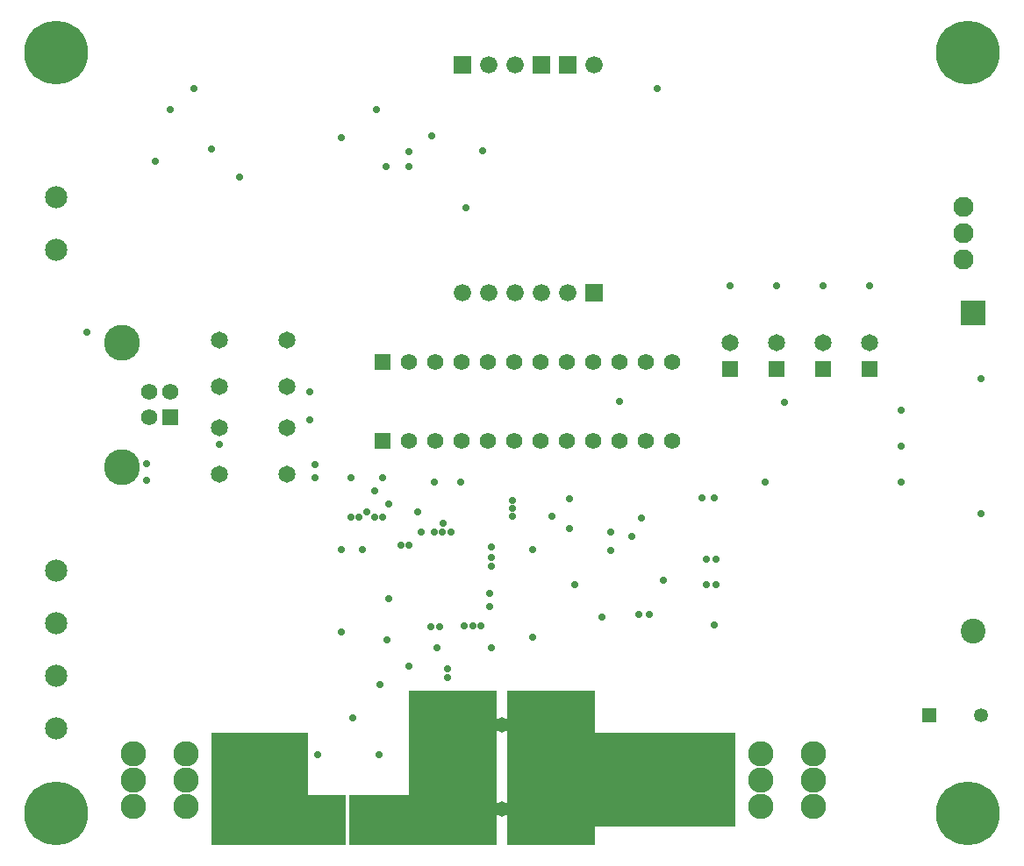
<source format=gbr>
%TF.GenerationSoftware,Altium Limited,Altium Designer,25.2.1 (25)*%
G04 Layer_Color=8388736*
%FSLAX43Y43*%
%MOMM*%
%TF.SameCoordinates,14BE83A4-B3EB-4770-8DB1-726BE69DDD70*%
%TF.FilePolarity,Negative*%
%TF.FileFunction,Soldermask,Top*%
%TF.Part,Single*%
G01*
G75*
%TA.AperFunction,ComponentPad*%
%ADD78C,1.650*%
%ADD79R,1.650X1.650*%
%ADD80C,1.674*%
%ADD81R,1.674X1.674*%
%ADD82C,2.450*%
%ADD83C,1.350*%
%ADD84R,1.350X1.350*%
%ADD85C,2.550*%
%ADD86C,1.475*%
%ADD87C,1.950*%
%ADD88C,2.150*%
%ADD89C,1.575*%
%ADD90C,2.400*%
%ADD91R,1.558X1.558*%
%ADD92C,3.466*%
%ADD93C,1.558*%
%TA.AperFunction,ViaPad*%
%ADD94C,6.150*%
%TA.AperFunction,ComponentPad*%
%ADD95R,1.575X1.575*%
%ADD96R,2.400X2.400*%
%TA.AperFunction,ViaPad*%
%ADD97C,0.700*%
G36*
X28750Y6250D02*
X32400D01*
Y1500D01*
X19500D01*
Y12290D01*
X28750D01*
Y6250D01*
D02*
G37*
G36*
X47000Y1500D02*
X32800D01*
Y6250D01*
X38500D01*
Y16400D01*
X47000D01*
Y1500D01*
D02*
G37*
G36*
X56500Y12290D02*
X70040D01*
Y3210D01*
X56500D01*
Y1500D01*
X48000D01*
Y16400D01*
X56500D01*
Y12290D01*
D02*
G37*
D78*
X69500Y50000D02*
D03*
X78500D02*
D03*
X83000D02*
D03*
X74000D02*
D03*
X26750Y45750D02*
D03*
X20250D02*
D03*
Y50250D02*
D03*
X26750D02*
D03*
X20250Y41750D02*
D03*
X26750D02*
D03*
X20250Y37250D02*
D03*
X26750D02*
D03*
D79*
X69500Y47460D02*
D03*
X78500D02*
D03*
X83000D02*
D03*
X74000D02*
D03*
D80*
X48768Y54786D02*
D03*
X56388Y76786D02*
D03*
X48768D02*
D03*
X46228D02*
D03*
X53848Y54786D02*
D03*
X51308D02*
D03*
X46228D02*
D03*
X43688D02*
D03*
D81*
X53848Y76786D02*
D03*
X51308D02*
D03*
X43688D02*
D03*
X56388Y54786D02*
D03*
D82*
X17040Y10290D02*
D03*
Y7750D02*
D03*
Y5210D02*
D03*
X11960D02*
D03*
Y7750D02*
D03*
Y10290D02*
D03*
X26540D02*
D03*
Y7750D02*
D03*
Y5210D02*
D03*
X21460D02*
D03*
Y7750D02*
D03*
Y10290D02*
D03*
X68040D02*
D03*
Y7750D02*
D03*
Y5210D02*
D03*
X62960D02*
D03*
Y7750D02*
D03*
Y10290D02*
D03*
X77540D02*
D03*
Y7750D02*
D03*
Y5210D02*
D03*
X72460D02*
D03*
Y7750D02*
D03*
Y10290D02*
D03*
D83*
X93750Y14000D02*
D03*
D84*
X88750D02*
D03*
D85*
X41460Y11750D02*
D03*
Y14250D02*
D03*
X44960Y11750D02*
D03*
Y14250D02*
D03*
X50040Y11750D02*
D03*
Y14250D02*
D03*
X53540Y11750D02*
D03*
Y14250D02*
D03*
X41460Y3660D02*
D03*
Y6160D02*
D03*
X44960Y3660D02*
D03*
Y6160D02*
D03*
X50040Y3660D02*
D03*
Y6160D02*
D03*
X53540Y3660D02*
D03*
Y6160D02*
D03*
D86*
X47500Y13045D02*
D03*
Y4955D02*
D03*
D87*
X92000Y63080D02*
D03*
Y60540D02*
D03*
Y58000D02*
D03*
D88*
X4500Y28000D02*
D03*
Y22920D02*
D03*
Y58920D02*
D03*
Y12760D02*
D03*
Y17840D02*
D03*
Y64000D02*
D03*
D89*
X43620Y40500D02*
D03*
X56320D02*
D03*
X48700Y48120D02*
D03*
X56320D02*
D03*
X58860D02*
D03*
X61400D02*
D03*
X63940D02*
D03*
X53780D02*
D03*
X51240D02*
D03*
X46160D02*
D03*
X43620D02*
D03*
X41080D02*
D03*
X38540D02*
D03*
X58860Y40500D02*
D03*
X61400D02*
D03*
X63940D02*
D03*
X53780D02*
D03*
X51240D02*
D03*
X48700D02*
D03*
X46160D02*
D03*
X41080D02*
D03*
X38540D02*
D03*
D90*
X93000Y22150D02*
D03*
D91*
X15500Y42750D02*
D03*
D92*
X10800Y37980D02*
D03*
Y50020D02*
D03*
D93*
X13500Y42750D02*
D03*
Y45250D02*
D03*
X15500D02*
D03*
D94*
X92500Y78000D02*
D03*
X4500D02*
D03*
Y4500D02*
D03*
X92500D02*
D03*
D95*
X36000Y48120D02*
D03*
Y40500D02*
D03*
D96*
X93000Y52850D02*
D03*
D97*
X32100Y3600D02*
D03*
X31600Y2600D02*
D03*
X31100Y3600D02*
D03*
X30600Y2600D02*
D03*
X30100Y5600D02*
D03*
X29600Y4600D02*
D03*
X30100Y3600D02*
D03*
X29600Y2600D02*
D03*
X29100Y5600D02*
D03*
X28600Y4600D02*
D03*
X29100Y3600D02*
D03*
X28600Y2600D02*
D03*
X28100Y11600D02*
D03*
Y9600D02*
D03*
Y7600D02*
D03*
X27600Y6600D02*
D03*
X28100Y5600D02*
D03*
Y3600D02*
D03*
X27600Y2600D02*
D03*
X27100Y3600D02*
D03*
X26600Y2600D02*
D03*
X26100Y3600D02*
D03*
X25600Y2600D02*
D03*
X25100Y11600D02*
D03*
X24600Y10600D02*
D03*
X25100Y9600D02*
D03*
X24600Y8600D02*
D03*
Y6600D02*
D03*
Y4600D02*
D03*
X25100Y3600D02*
D03*
X24600Y2600D02*
D03*
X24100Y11600D02*
D03*
X23600Y10600D02*
D03*
X24100Y9600D02*
D03*
X23600Y8600D02*
D03*
X24100Y7600D02*
D03*
X23600Y6600D02*
D03*
X24100Y5600D02*
D03*
X23600Y4600D02*
D03*
X24100Y3600D02*
D03*
X23600Y2600D02*
D03*
X23100Y11600D02*
D03*
Y9600D02*
D03*
Y7600D02*
D03*
X22600Y6600D02*
D03*
X23100Y5600D02*
D03*
Y3600D02*
D03*
X22600Y2600D02*
D03*
X22100Y3600D02*
D03*
X21600Y2600D02*
D03*
X21100Y3600D02*
D03*
X20600Y2600D02*
D03*
X46100Y15600D02*
D03*
Y9600D02*
D03*
X45600Y8600D02*
D03*
X46100Y7600D02*
D03*
X45100Y9600D02*
D03*
X44600Y8600D02*
D03*
X44100Y15600D02*
D03*
X43600Y12600D02*
D03*
Y10600D02*
D03*
X44100Y9600D02*
D03*
X43600Y8600D02*
D03*
X44100Y7600D02*
D03*
X43600Y4600D02*
D03*
Y2600D02*
D03*
X43100Y15600D02*
D03*
Y13600D02*
D03*
Y11600D02*
D03*
X42600Y10600D02*
D03*
X43100Y9600D02*
D03*
X42600Y8600D02*
D03*
X43100Y7600D02*
D03*
Y5600D02*
D03*
Y3600D02*
D03*
X42100Y9600D02*
D03*
X41600Y8600D02*
D03*
X42100Y7600D02*
D03*
X41100Y9600D02*
D03*
X40600Y8600D02*
D03*
X40100Y15600D02*
D03*
X39600Y14600D02*
D03*
Y12600D02*
D03*
Y10600D02*
D03*
X40100Y9600D02*
D03*
X39600Y8600D02*
D03*
X40100Y7600D02*
D03*
X39600Y6600D02*
D03*
Y4600D02*
D03*
Y2600D02*
D03*
X39100Y15600D02*
D03*
Y13600D02*
D03*
Y11600D02*
D03*
Y9600D02*
D03*
Y7600D02*
D03*
Y5600D02*
D03*
X38600Y4600D02*
D03*
X39100Y3600D02*
D03*
X38600Y2600D02*
D03*
X38100Y5600D02*
D03*
X37600Y4600D02*
D03*
X38100Y3600D02*
D03*
X37600Y2600D02*
D03*
X37100Y5600D02*
D03*
X36600Y4600D02*
D03*
X37100Y3600D02*
D03*
X36600Y2600D02*
D03*
X36100Y5600D02*
D03*
X35600Y4600D02*
D03*
X36100Y3600D02*
D03*
X35600Y2600D02*
D03*
X35100Y3600D02*
D03*
X34600Y2600D02*
D03*
X34100Y3600D02*
D03*
X33600Y2600D02*
D03*
X69100Y11600D02*
D03*
Y3600D02*
D03*
X68100D02*
D03*
X67100Y11600D02*
D03*
X66600Y8600D02*
D03*
Y6600D02*
D03*
Y4600D02*
D03*
X67100Y3600D02*
D03*
X66100Y11600D02*
D03*
X65600Y10600D02*
D03*
X66100Y9600D02*
D03*
X65600Y8600D02*
D03*
X66100Y7600D02*
D03*
X65600Y6600D02*
D03*
X66100Y5600D02*
D03*
X65600Y4600D02*
D03*
X66100Y3600D02*
D03*
X65100Y11600D02*
D03*
X64600Y10600D02*
D03*
X65100Y9600D02*
D03*
X64600Y8600D02*
D03*
X65100Y7600D02*
D03*
X64600Y6600D02*
D03*
X65100Y5600D02*
D03*
X64600Y4600D02*
D03*
X65100Y3600D02*
D03*
X64100Y11600D02*
D03*
Y3600D02*
D03*
X63100D02*
D03*
X62100Y11600D02*
D03*
X61600Y8600D02*
D03*
Y6600D02*
D03*
X62100Y3600D02*
D03*
X61100Y11600D02*
D03*
X60600Y10600D02*
D03*
X61100Y9600D02*
D03*
X60600Y8600D02*
D03*
X61100Y7600D02*
D03*
X60600Y6600D02*
D03*
X61100Y5600D02*
D03*
X60600Y4600D02*
D03*
X61100Y3600D02*
D03*
X60100Y11600D02*
D03*
X59600Y10600D02*
D03*
X60100Y9600D02*
D03*
X59600Y8600D02*
D03*
X60100Y7600D02*
D03*
X59600Y6600D02*
D03*
X60100Y5600D02*
D03*
X59600Y4600D02*
D03*
X60100Y3600D02*
D03*
X59100Y11600D02*
D03*
X58600Y10600D02*
D03*
X59100Y9600D02*
D03*
X58600Y8600D02*
D03*
X59100Y7600D02*
D03*
X58600Y6600D02*
D03*
X59100Y5600D02*
D03*
X58600Y4600D02*
D03*
X59100Y3600D02*
D03*
X58100Y11600D02*
D03*
X57600Y10600D02*
D03*
X58100Y9600D02*
D03*
X57600Y8600D02*
D03*
X58100Y7600D02*
D03*
X57600Y6600D02*
D03*
X58100Y5600D02*
D03*
X57600Y4600D02*
D03*
X58100Y3600D02*
D03*
X57100Y11600D02*
D03*
X56600Y10600D02*
D03*
X57100Y9600D02*
D03*
X56600Y8600D02*
D03*
X57100Y7600D02*
D03*
X56600Y6600D02*
D03*
X57100Y5600D02*
D03*
X56600Y4600D02*
D03*
X57100Y3600D02*
D03*
X56100Y15600D02*
D03*
X55600Y14600D02*
D03*
X56100Y13600D02*
D03*
X55600Y12600D02*
D03*
X56100Y11600D02*
D03*
X55600Y10600D02*
D03*
X56100Y9600D02*
D03*
X55600Y8600D02*
D03*
X56100Y7600D02*
D03*
X55600Y6600D02*
D03*
X56100Y5600D02*
D03*
X55600Y4600D02*
D03*
X56100Y3600D02*
D03*
X55600Y2600D02*
D03*
X55100Y15600D02*
D03*
Y13600D02*
D03*
Y9600D02*
D03*
X54600Y8600D02*
D03*
X55100Y7600D02*
D03*
Y5600D02*
D03*
X54100Y9600D02*
D03*
X53600Y8600D02*
D03*
X53100Y9600D02*
D03*
X52600Y8600D02*
D03*
X52100Y15600D02*
D03*
X51600Y14600D02*
D03*
X52100Y13600D02*
D03*
X51600Y12600D02*
D03*
Y10600D02*
D03*
X52100Y9600D02*
D03*
X51600Y8600D02*
D03*
X52100Y7600D02*
D03*
X51600Y6600D02*
D03*
Y4600D02*
D03*
Y2600D02*
D03*
X51100Y15600D02*
D03*
Y9600D02*
D03*
X50600Y8600D02*
D03*
X51100Y7600D02*
D03*
X50100Y9600D02*
D03*
X49600Y8600D02*
D03*
X49100Y15600D02*
D03*
X48600Y10600D02*
D03*
X49100Y9600D02*
D03*
X48600Y8600D02*
D03*
X49100Y7600D02*
D03*
X48600Y2600D02*
D03*
X68000Y35000D02*
D03*
X67249Y26600D02*
D03*
X68200D02*
D03*
X67249Y29100D02*
D03*
X68200D02*
D03*
X40994Y36500D02*
D03*
X66800Y35000D02*
D03*
X68000Y22750D02*
D03*
X48514Y33250D02*
D03*
X33722Y33097D02*
D03*
X32963Y33095D02*
D03*
X36576Y34365D02*
D03*
X34481Y33600D02*
D03*
X35246Y35635D02*
D03*
X35241Y33097D02*
D03*
X52324Y33250D02*
D03*
X58860Y44310D02*
D03*
X38500Y18750D02*
D03*
X35750Y17000D02*
D03*
X41250Y20500D02*
D03*
X43900Y22627D02*
D03*
X42250Y17653D02*
D03*
X35687Y10204D02*
D03*
X29750D02*
D03*
X33110Y13750D02*
D03*
X74803Y44216D02*
D03*
X72897Y36500D02*
D03*
X60960Y33060D02*
D03*
X58000Y31650D02*
D03*
X60000Y31300D02*
D03*
X40600Y22584D02*
D03*
X63119Y27000D02*
D03*
X61750Y23700D02*
D03*
X54000Y34940D02*
D03*
Y32000D02*
D03*
X60750Y23700D02*
D03*
X58000Y29950D02*
D03*
X7493Y51000D02*
D03*
X57150Y23500D02*
D03*
X46500Y30250D02*
D03*
X40994Y31700D02*
D03*
X42600D02*
D03*
X41756D02*
D03*
X41800Y32500D02*
D03*
X36576Y25273D02*
D03*
X36422Y21249D02*
D03*
X37730Y30440D02*
D03*
X32000Y30000D02*
D03*
X32963Y36905D02*
D03*
X93715Y33500D02*
D03*
Y46500D02*
D03*
X86000Y43500D02*
D03*
Y36500D02*
D03*
Y40000D02*
D03*
X69500Y55485D02*
D03*
X78500D02*
D03*
X32000Y69750D02*
D03*
X38500Y68450D02*
D03*
X41500Y22584D02*
D03*
X50500Y30000D02*
D03*
X14060Y67500D02*
D03*
X15500Y72500D02*
D03*
X45600Y68500D02*
D03*
X44000Y63060D02*
D03*
X43500Y36500D02*
D03*
X54500Y26625D02*
D03*
X50500Y21500D02*
D03*
X42250Y18500D02*
D03*
X40750Y70000D02*
D03*
X22150Y66000D02*
D03*
X17780Y74500D02*
D03*
X20250Y40190D02*
D03*
X29500Y36905D02*
D03*
X13250Y36720D02*
D03*
X32000Y22000D02*
D03*
X83000Y55500D02*
D03*
X46500Y28400D02*
D03*
X35400Y72500D02*
D03*
X39370Y33600D02*
D03*
X19500Y68675D02*
D03*
X29500Y38250D02*
D03*
X34010Y30000D02*
D03*
X29000Y42500D02*
D03*
Y45250D02*
D03*
X36000Y33097D02*
D03*
X36000Y36905D02*
D03*
X46500Y29250D02*
D03*
X46300Y25800D02*
D03*
Y24500D02*
D03*
X44700Y22600D02*
D03*
X45500D02*
D03*
X38560Y30440D02*
D03*
X39751Y31700D02*
D03*
X62500Y74500D02*
D03*
X74000Y55500D02*
D03*
X46482Y20500D02*
D03*
X38500Y67000D02*
D03*
X36322D02*
D03*
X48500Y34000D02*
D03*
Y34750D02*
D03*
X13250Y38280D02*
D03*
%TF.MD5,faab4846b2ccf5d0c0eb4d7192262083*%
M02*

</source>
